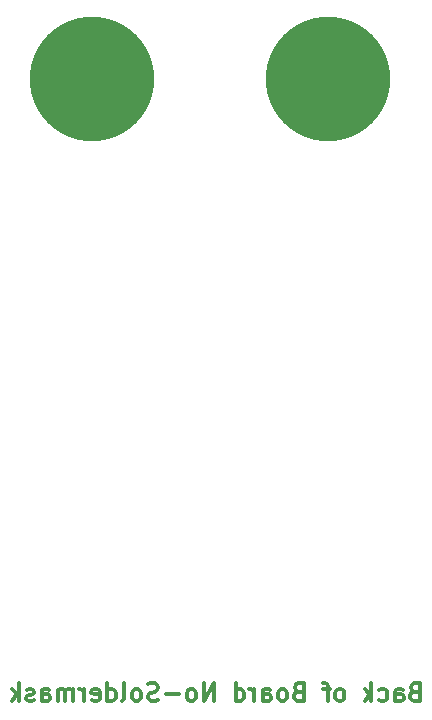
<source format=gbs>
G04 #@! TF.FileFunction,Soldermask,Bot*
%FSLAX46Y46*%
G04 Gerber Fmt 4.6, Leading zero omitted, Abs format (unit mm)*
G04 Created by KiCad (PCBNEW 4.0.2+dfsg1-stable) date Tue 20 Nov 2018 02:17:26 PM EST*
%MOMM*%
G01*
G04 APERTURE LIST*
%ADD10C,0.100000*%
%ADD11C,0.300000*%
%ADD12C,10.560000*%
G04 APERTURE END LIST*
D10*
D11*
X172321428Y-156892857D02*
X172107142Y-156964286D01*
X172035714Y-157035714D01*
X171964285Y-157178571D01*
X171964285Y-157392857D01*
X172035714Y-157535714D01*
X172107142Y-157607143D01*
X172250000Y-157678571D01*
X172821428Y-157678571D01*
X172821428Y-156178571D01*
X172321428Y-156178571D01*
X172178571Y-156250000D01*
X172107142Y-156321429D01*
X172035714Y-156464286D01*
X172035714Y-156607143D01*
X172107142Y-156750000D01*
X172178571Y-156821429D01*
X172321428Y-156892857D01*
X172821428Y-156892857D01*
X170678571Y-157678571D02*
X170678571Y-156892857D01*
X170750000Y-156750000D01*
X170892857Y-156678571D01*
X171178571Y-156678571D01*
X171321428Y-156750000D01*
X170678571Y-157607143D02*
X170821428Y-157678571D01*
X171178571Y-157678571D01*
X171321428Y-157607143D01*
X171392857Y-157464286D01*
X171392857Y-157321429D01*
X171321428Y-157178571D01*
X171178571Y-157107143D01*
X170821428Y-157107143D01*
X170678571Y-157035714D01*
X169321428Y-157607143D02*
X169464285Y-157678571D01*
X169749999Y-157678571D01*
X169892857Y-157607143D01*
X169964285Y-157535714D01*
X170035714Y-157392857D01*
X170035714Y-156964286D01*
X169964285Y-156821429D01*
X169892857Y-156750000D01*
X169749999Y-156678571D01*
X169464285Y-156678571D01*
X169321428Y-156750000D01*
X168678571Y-157678571D02*
X168678571Y-156178571D01*
X168535714Y-157107143D02*
X168107143Y-157678571D01*
X168107143Y-156678571D02*
X168678571Y-157250000D01*
X166107142Y-157678571D02*
X166250000Y-157607143D01*
X166321428Y-157535714D01*
X166392857Y-157392857D01*
X166392857Y-156964286D01*
X166321428Y-156821429D01*
X166250000Y-156750000D01*
X166107142Y-156678571D01*
X165892857Y-156678571D01*
X165750000Y-156750000D01*
X165678571Y-156821429D01*
X165607142Y-156964286D01*
X165607142Y-157392857D01*
X165678571Y-157535714D01*
X165750000Y-157607143D01*
X165892857Y-157678571D01*
X166107142Y-157678571D01*
X165178571Y-156678571D02*
X164607142Y-156678571D01*
X164964285Y-157678571D02*
X164964285Y-156392857D01*
X164892857Y-156250000D01*
X164749999Y-156178571D01*
X164607142Y-156178571D01*
X162464285Y-156892857D02*
X162249999Y-156964286D01*
X162178571Y-157035714D01*
X162107142Y-157178571D01*
X162107142Y-157392857D01*
X162178571Y-157535714D01*
X162249999Y-157607143D01*
X162392857Y-157678571D01*
X162964285Y-157678571D01*
X162964285Y-156178571D01*
X162464285Y-156178571D01*
X162321428Y-156250000D01*
X162249999Y-156321429D01*
X162178571Y-156464286D01*
X162178571Y-156607143D01*
X162249999Y-156750000D01*
X162321428Y-156821429D01*
X162464285Y-156892857D01*
X162964285Y-156892857D01*
X161249999Y-157678571D02*
X161392857Y-157607143D01*
X161464285Y-157535714D01*
X161535714Y-157392857D01*
X161535714Y-156964286D01*
X161464285Y-156821429D01*
X161392857Y-156750000D01*
X161249999Y-156678571D01*
X161035714Y-156678571D01*
X160892857Y-156750000D01*
X160821428Y-156821429D01*
X160749999Y-156964286D01*
X160749999Y-157392857D01*
X160821428Y-157535714D01*
X160892857Y-157607143D01*
X161035714Y-157678571D01*
X161249999Y-157678571D01*
X159464285Y-157678571D02*
X159464285Y-156892857D01*
X159535714Y-156750000D01*
X159678571Y-156678571D01*
X159964285Y-156678571D01*
X160107142Y-156750000D01*
X159464285Y-157607143D02*
X159607142Y-157678571D01*
X159964285Y-157678571D01*
X160107142Y-157607143D01*
X160178571Y-157464286D01*
X160178571Y-157321429D01*
X160107142Y-157178571D01*
X159964285Y-157107143D01*
X159607142Y-157107143D01*
X159464285Y-157035714D01*
X158749999Y-157678571D02*
X158749999Y-156678571D01*
X158749999Y-156964286D02*
X158678571Y-156821429D01*
X158607142Y-156750000D01*
X158464285Y-156678571D01*
X158321428Y-156678571D01*
X157178571Y-157678571D02*
X157178571Y-156178571D01*
X157178571Y-157607143D02*
X157321428Y-157678571D01*
X157607142Y-157678571D01*
X157750000Y-157607143D01*
X157821428Y-157535714D01*
X157892857Y-157392857D01*
X157892857Y-156964286D01*
X157821428Y-156821429D01*
X157750000Y-156750000D01*
X157607142Y-156678571D01*
X157321428Y-156678571D01*
X157178571Y-156750000D01*
X155321428Y-157678571D02*
X155321428Y-156178571D01*
X154464285Y-157678571D01*
X154464285Y-156178571D01*
X153535713Y-157678571D02*
X153678571Y-157607143D01*
X153749999Y-157535714D01*
X153821428Y-157392857D01*
X153821428Y-156964286D01*
X153749999Y-156821429D01*
X153678571Y-156750000D01*
X153535713Y-156678571D01*
X153321428Y-156678571D01*
X153178571Y-156750000D01*
X153107142Y-156821429D01*
X153035713Y-156964286D01*
X153035713Y-157392857D01*
X153107142Y-157535714D01*
X153178571Y-157607143D01*
X153321428Y-157678571D01*
X153535713Y-157678571D01*
X152392856Y-157107143D02*
X151249999Y-157107143D01*
X150607142Y-157607143D02*
X150392856Y-157678571D01*
X150035713Y-157678571D01*
X149892856Y-157607143D01*
X149821427Y-157535714D01*
X149749999Y-157392857D01*
X149749999Y-157250000D01*
X149821427Y-157107143D01*
X149892856Y-157035714D01*
X150035713Y-156964286D01*
X150321427Y-156892857D01*
X150464285Y-156821429D01*
X150535713Y-156750000D01*
X150607142Y-156607143D01*
X150607142Y-156464286D01*
X150535713Y-156321429D01*
X150464285Y-156250000D01*
X150321427Y-156178571D01*
X149964285Y-156178571D01*
X149749999Y-156250000D01*
X148892856Y-157678571D02*
X149035714Y-157607143D01*
X149107142Y-157535714D01*
X149178571Y-157392857D01*
X149178571Y-156964286D01*
X149107142Y-156821429D01*
X149035714Y-156750000D01*
X148892856Y-156678571D01*
X148678571Y-156678571D01*
X148535714Y-156750000D01*
X148464285Y-156821429D01*
X148392856Y-156964286D01*
X148392856Y-157392857D01*
X148464285Y-157535714D01*
X148535714Y-157607143D01*
X148678571Y-157678571D01*
X148892856Y-157678571D01*
X147535713Y-157678571D02*
X147678571Y-157607143D01*
X147749999Y-157464286D01*
X147749999Y-156178571D01*
X146321428Y-157678571D02*
X146321428Y-156178571D01*
X146321428Y-157607143D02*
X146464285Y-157678571D01*
X146749999Y-157678571D01*
X146892857Y-157607143D01*
X146964285Y-157535714D01*
X147035714Y-157392857D01*
X147035714Y-156964286D01*
X146964285Y-156821429D01*
X146892857Y-156750000D01*
X146749999Y-156678571D01*
X146464285Y-156678571D01*
X146321428Y-156750000D01*
X145035714Y-157607143D02*
X145178571Y-157678571D01*
X145464285Y-157678571D01*
X145607142Y-157607143D01*
X145678571Y-157464286D01*
X145678571Y-156892857D01*
X145607142Y-156750000D01*
X145464285Y-156678571D01*
X145178571Y-156678571D01*
X145035714Y-156750000D01*
X144964285Y-156892857D01*
X144964285Y-157035714D01*
X145678571Y-157178571D01*
X144321428Y-157678571D02*
X144321428Y-156678571D01*
X144321428Y-156964286D02*
X144250000Y-156821429D01*
X144178571Y-156750000D01*
X144035714Y-156678571D01*
X143892857Y-156678571D01*
X143392857Y-157678571D02*
X143392857Y-156678571D01*
X143392857Y-156821429D02*
X143321429Y-156750000D01*
X143178571Y-156678571D01*
X142964286Y-156678571D01*
X142821429Y-156750000D01*
X142750000Y-156892857D01*
X142750000Y-157678571D01*
X142750000Y-156892857D02*
X142678571Y-156750000D01*
X142535714Y-156678571D01*
X142321429Y-156678571D01*
X142178571Y-156750000D01*
X142107143Y-156892857D01*
X142107143Y-157678571D01*
X140750000Y-157678571D02*
X140750000Y-156892857D01*
X140821429Y-156750000D01*
X140964286Y-156678571D01*
X141250000Y-156678571D01*
X141392857Y-156750000D01*
X140750000Y-157607143D02*
X140892857Y-157678571D01*
X141250000Y-157678571D01*
X141392857Y-157607143D01*
X141464286Y-157464286D01*
X141464286Y-157321429D01*
X141392857Y-157178571D01*
X141250000Y-157107143D01*
X140892857Y-157107143D01*
X140750000Y-157035714D01*
X140107143Y-157607143D02*
X139964286Y-157678571D01*
X139678571Y-157678571D01*
X139535714Y-157607143D01*
X139464286Y-157464286D01*
X139464286Y-157392857D01*
X139535714Y-157250000D01*
X139678571Y-157178571D01*
X139892857Y-157178571D01*
X140035714Y-157107143D01*
X140107143Y-156964286D01*
X140107143Y-156892857D01*
X140035714Y-156750000D01*
X139892857Y-156678571D01*
X139678571Y-156678571D01*
X139535714Y-156750000D01*
X138821428Y-157678571D02*
X138821428Y-156178571D01*
X138678571Y-157107143D02*
X138250000Y-157678571D01*
X138250000Y-156678571D02*
X138821428Y-157250000D01*
D12*
X145000000Y-105000000D03*
X165000000Y-105000000D03*
M02*

</source>
